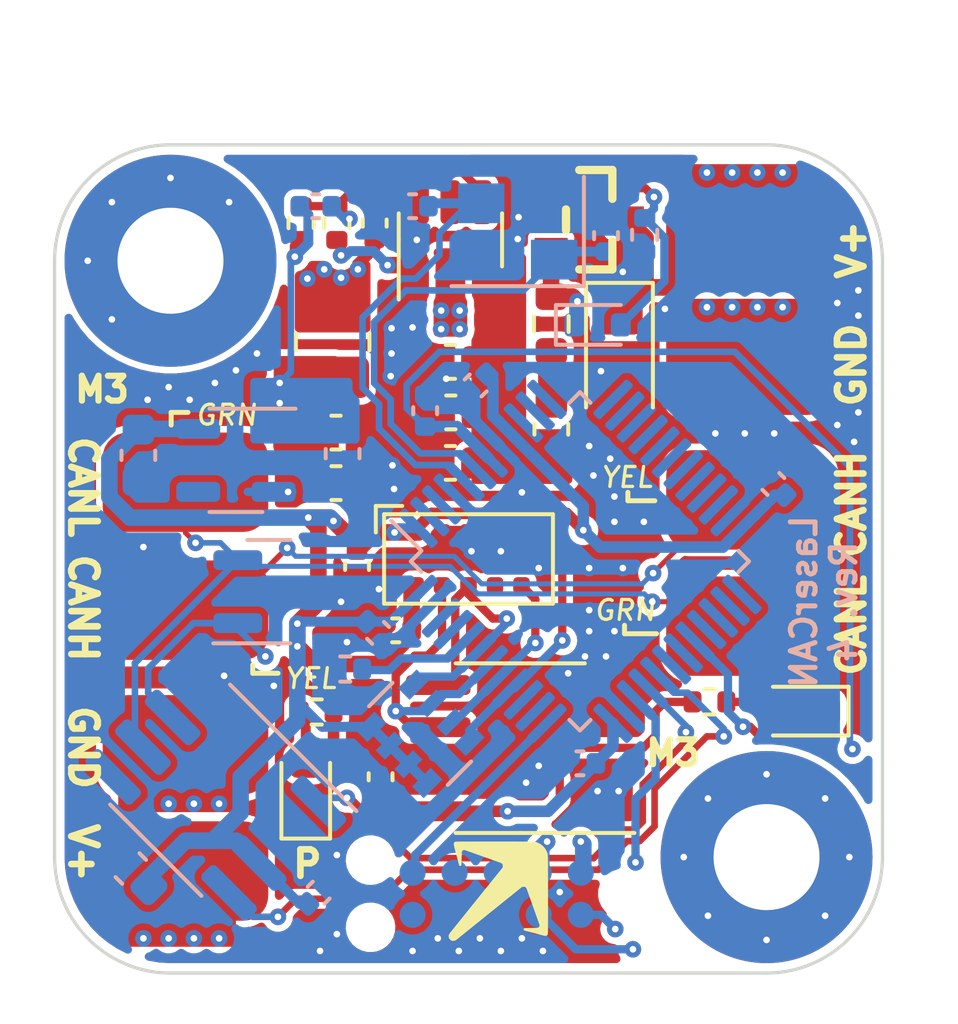
<source format=kicad_pcb>
(kicad_pcb (version 20221018) (generator pcbnew)
  (layers (0 "F.Cu" signal) (1 "In1.Cu" power "GND1") (2 "In2.Cu" power "GND2") (31 "B.Cu" signal) (34 "B.Paste" user) (35 "F.Paste" user) (36 "B.SilkS" user "B.Silkscreen") (37 "F.SilkS" user "F.Silkscreen") (38 "B.Mask" user) (39 "F.Mask" user) (44 "Edge.Cuts" user))
  (net 0 "")
  (net 1 "GND")
  (net 2 "+3V3")
  (net 3 "+12V")
  (net 4 "/STATUS_LED")
  (net 5 "Net-(D2-A)")
  (net 6 "Net-(D3-A)")
  (net 7 "/TOF_SHUT")
  (net 8 "/CANL")
  (net 9 "/I2C_SCL")
  (net 10 "/I2C_SDA")
  (net 11 "/TOF_INT")
  (net 12 "/CANH")
  (net 13 "Net-(U4-BOOT0)")
  (net 16 "/NRST")
  (net 32 "/CAN_RX")
  (net 33 "/CAN_TX")
  (net 34 "/SWDIO")
  (net 35 "/SWCLK")
  (net 49 "Net-(D1-K)")
  (net 50 "Net-(U9-FB)")
  (net 51 "Net-(U9-BOOT)")
  (net 52 "Net-(FB1-Pad1)")
  (net 54 "/PWR_IN_FILT")
  (net 55 "/BUCK_SW")
  (net 56 "GNDPWR")
  (net 57 "Net-(NT1-Pad1)")
  (net 59 "/3V87")
  (net 60 "Net-(U4-PD1)")
  (net 61 "Net-(U4-PD0)")
  (net 62 "Net-(D1-A)")
  (net 63 "unconnected-(H1-Pad1)")
  (net 64 "unconnected-(H2-Pad1)")
  (footprint "Capacitor_SMD:C_0603_1608Metric" (layer "F.Cu") (at 131.953 109.601 180)
    (fp_text reference "C12" hide)
    (fp_text value "10uF")
  )
  (footprint "LED_SMD:LED_0603_1608Metric" (layer "F.Cu") (at 127.5842 119.4562 90)
    (fp_text reference "D3" hide)
    (fp_text value "LED GREEN")
  )
  (footprint "LOGO" (layer "F.Cu") (at 133.4008 122.5296)
    (fp_text reference "G***" hide)
    (fp_text value "LOGO" hide)
  )
  (footprint "NetTie:NetTie-2_SMD_Pad2.0mm" (layer "F.Cu") (at 137.703262 107.48836)
    (fp_text reference "NT2" hide)
    (fp_text value "NetTie_2" hide)
  )
  (footprint "Pad:Pad" (layer "F.Cu") (at 140.97 106.6546 90)
    (fp_text reference "J5" hide)
    (fp_text value "~")
  )
  (footprint "NetTie:NetTie-2_SMD_Pad0.5mm" (layer "F.Cu") (at 130.556 103.632)
    (fp_text reference "NT1" hide)
    (fp_text value "NetTie_2" hide)
  )
  (footprint "Capacitor_SMD:C_0603_1608Metric" (layer "F.Cu") (at 131.953 106.553 180)
    (fp_text reference "C16" hide)
    (fp_text value "10uF")
  )
  (footprint "Resistor_SMD:R_0402_1005Metric" (layer "F.Cu") (at 127.442968 102.362 90)
    (fp_text reference "R2" hide)
    (fp_text value "100k")
  )
  (footprint "Resistor_SMD:R_0402_1005Metric" (layer "F.Cu") (at 128.524 102.362 -90)
    (fp_text reference "R8" hide)
    (fp_text value "18.2k")
  )
  (footprint "SI2309CDS-T1-GE3:SOT-23_L2.9-W1.3-P1.90-LS2.4-BR" (layer "F.Cu") (at 136.144 102.2604 180)
    (fp_text reference "Q1" hide)
    (fp_text value "Si2309CDS-T1-GE3")
  )
  (footprint "Capacitor_SMD:C_0603_1608Metric" (layer "F.Cu") (at 128.4986 110.2106)
    (fp_text reference "C11" hide)
    (fp_text value "22uF")
  )
  (footprint "MountingHole:MountingHole_3.2mm_M3_Pad_TopBottom" (layer "F.Cu") (at 123.5 103.5)
    (fp_text reference "H1" hide)
    (fp_text value "MountingHole")
  )
  (footprint "Pad:Pad" (layer "F.Cu") (at 123.952 114.046 -90)
    (fp_text reference "J8" hide)
    (fp_text value "~")
  )
  (footprint "Capacitor_SMD:C_0402_1005Metric" (layer "F.Cu") (at 130.302 114.6556 180)
    (fp_text reference "C14" hide)
    (fp_text value "100n")
  )
  (footprint "Inductor_SMD:L_1008_2520Metric" (layer "F.Cu") (at 128.397 105.9434 -90)
    (fp_text reference "L2" hide)
    (fp_text value "22uH")
  )
  (footprint "Resistor_SMD:R_0402_1005Metric" (layer "F.Cu") (at 139.7762 116.8146)
    (fp_text reference "R6" hide)
    (fp_text value "220")
  )
  (footprint "Resistor_SMD:R_0603_1608Metric" (layer "F.Cu") (at 135.001 105.41 -90)
    (fp_text reference "R9" hide)
    (fp_text value "4.7 100mW")
  )
  (footprint "Package_TO_SOT_SMD:SOT-23-6" (layer "F.Cu") (at 131.953 102.87 90)
    (fp_text reference "U9" hide)
    (fp_text value "TPS54202DDC")
  )
  (footprint "Capacitor_SMD:C_0402_1005Metric" (layer "F.Cu") (at 129.1336 112.7252 -90)
    (fp_text reference "C15" hide)
    (fp_text value "100n")
  )
  (footprint "MountingHole:MountingHole_3.2mm_M3_Pad_TopBottom" (layer "F.Cu") (at 141.5 121.5)
    (fp_text reference "H2" hide)
    (fp_text value "MountingHole")
  )
  (footprint "Pad:Pad" (layer "F.Cu") (at 140.97 114.5286 -90)
    (fp_text reference "J7" hide)
    (fp_text value "~")
  )
  (footprint "Resistor_SMD:R_0402_1005Metric" (layer "F.Cu") (at 127.9144 117.1194 180)
    (fp_text reference "R7" hide)
    (fp_text value "220")
  )
  (footprint "Package_SO:SOIC-8_3.9x4.9mm_P1.27mm" (layer "F.Cu") (at 134.0612 118.2116 180)
    (fp_text reference "U3" hide)
    (fp_text value "M24C64-RMN6TP")
  )
  (footprint "Pad:Pad" (layer "F.Cu") (at 140.97 102.8446 -90)
    (fp_text reference "J3" hide)
    (fp_text value "~")
  )
  (footprint "Diode_SMD:D_SMF" (layer "F.Cu") (at 137.0584 106.5276 -90)
    (fp_text reference "D6" hide)
    (fp_text value "SMF15CA")
  )
  (footprint "Capacitor_SMD:C_0402_1005Metric" (layer "F.Cu") (at 129.667 102.362 -90)
    (fp_text reference "C18" hide)
    (fp_text value "100n")
  )
  (footprint "Sensor_Distance:ST_VL53L1x" (layer "F.Cu") (at 132.5 112.5)
    (fp_text reference "U2" hide)
    (fp_text value "VL53L1CXV0FY1")
  )
  (footprint "LED_SMD:LED_0603_1608Metric" (layer "F.Cu") (at 142.494 117.094 180)
    (fp_text reference "D2" hide)
    (fp_text value "LED_ORANGE")
  )
  (footprint "Pad:Pad" (layer "F.Cu") (at 123.952 118.11 -90)
    (fp_text reference "J4" hide)
    (fp_text value "~")
  )
  (footprint "Pad:Pad" (layer "F.Cu") (at 123.952 121.92 90)
    (fp_text reference "J1" hide)
    (fp_text value "~")
  )
  (footprint "Pad:Pad" (layer "F.Cu") (at 123.952 110.1852 90)
    (fp_text reference "J6" hide)
    (fp_text value "~")
  )
  (footprint "Capacitor_SMD:C_0402_1005Metric" (layer "F.Cu") (at 129.8448 119.0752 90)
    (fp_text reference "C2" hide)
    (fp_text value "100n")
  )
  (footprint "Capacitor_SMD:C_0603_1608Metric" (layer "F.Cu") (at 131.966 108.077 180)
    (fp_text reference "C17" hide)
    (fp_text value "10uF")
  )
  (footprint "Inductor_SMD:L_0603_1608Metric" (layer "F.Cu") (at 135.001 108.585 -90)
    (fp_text reference "FB1" hide)
    (fp_text value "BLM18AG102SN1D")
  )
  (footprint "Capacitor_SMD:C_0603_1608Metric" (layer "F.Cu") (at 128.4986 108.6866)
    (fp_text reference "C10" hide)
    (fp_text value "22uF")
  )
  (footprint "Pad:Pad" (layer "F.Cu") (at 140.97 110.7186 -90)
    (fp_text reference "J9" hide)
    (fp_text value "~" hide)
  )
  (footprint "Capacitor_SMD:C_0603_1608Metric" (layer "B.Cu") (at 122.301 121.8438 135)
    (fp_text reference "C19" hide)
    (fp_text value "10uF")
  )
  (footprint "Package_QFP:LQFP-48_7x7mm_P0.5mm" (layer "B.Cu") (at 135.8646 112.5728 -45)
    (fp_text reference "U4" hide)
    (fp_text value "STM32F103C8Tx")
  )
  (footprint "Capacitor_SMD:C_0603_1608Metric" (layer "B.Cu") (at 122.5296 109.3724 -90)
    (fp_text reference "C3" hide)
    (fp_text value "10uF")
  )
  (footprint "Capacitor_SMD:C_0402_1005Metric" (layer "B.Cu") (at 136.652 102.743 -90)
    (fp_text reference "C20" hide)
    (fp_text value "20pF")
  )
  (footprint "Package_TO_SOT_SMD:SOT-23" (layer "B.Cu") (at 126.4689 113.4872)
    (fp_text reference "D4" hide)
    (fp_text value "ESDCAN24-2BLY")
  )
  (footprint "Capacitor_SMD:C_0402_1005Metric" (layer "B.Cu") (at 127.889 101.854)
    (fp_text reference "C13" hide)
    (fp_text value "33pF")
  )
  (footprint "Resistor_SMD:R_Array_Convex_4x0603" (layer "B.Cu") (at 131.0386 117.7798 -135)
    (fp_text reference "RN1" hide)
    (fp_text value "YC164-JR-074K7L")
  )
  (footprint "Package_TO_SOT_SMD:SOT-23-5" (layer "B.Cu") (at 125.476 109.5248 180)
    (fp_text reference "U1" hide)
    (fp_text value "TPS7A2033PDBVR")
  )
  (footprint "Project:TAG-CONNECT_TC2050-IDC-NL" (layer "B.Cu") (at 135.89 123.2408 90)
    (fp_text reference "J2" hide)
    (fp_text value "TC2050-IDC-NL")
  )
  (footprint "Capacitor_SMD:C_0402_1005Metric" (layer "B.Cu") (at 129.7686 114.7318 -45)
    (fp_text reference "C8" hide)
    (fp_text value "100n")
  )
  (footprint "Capacitor_SMD:C_0402_1005Metric" (layer "B.Cu") (at 131.191 108.0262 -90)
    (fp_text reference "C4" hide)
    (fp_text value "100n")
  )
  (footprint "Capacitor_SMD:C_0402_1005Metric" (layer "B.Cu") (at 141.7066 110.236 135)
    (fp_text reference "C7" hide)
    (fp_text value "100n")
  )
  (footprint "Capacitor_SMD:C_0402_1005Metric" (layer "B.Cu") (at 135.8646 118.6688 180)
    (fp_text reference "C6" hide)
    (fp_text value "100n")
  )
  (footprint "Capacitor_SMD:C_0402_1005Metric" (layer "B.Cu") (at 132.715 107.2642 45)
    (fp_text reference "C5" hide)
    (fp_text value "100n")
  )
  (footprint "Capacitor_SMD:C_0402_1005Metric" (layer "B.Cu") (at 130.81 101.854)
    (fp_text reference "C21" hide)
    (fp_text value "20pF")
  )
  (footprint "Diode_SMD:D_SOD-523" (layer "B.Cu") (at 136.398 105.4354)
    (fp_text reference "D1" hide)
    (fp_text value "12V")
  )
  (footprint "Resistor_SMD:R_0402_1005Metric" (layer "B.Cu") (at 137.8204 102.7176 90)
    (fp_text reference "R1" hide)
    (fp_text value "10k")
  )
  (footprint "Capacitor_SMD:C_0402_1005Metric" (layer "B.Cu") (at 127.974411 122.571189 -135)
    (fp_text reference "C9" hide)
    (fp_text value "100n")
  )
  (footprint "Resistor_SMD:R_0402_1005Metric" (layer "B.Cu") (at 128.778 115.824)
    (fp_text reference "R10" hide)
    (fp_text value "10k")
  )
  (footprint "Crystal:Crystal_SMD_3225-4Pin_3.2x2.5mm" (layer "B.Cu") (at 133.985 102.616 180)
    (fp_text reference "Y1" hide)
    (fp_text value "8MHz 12pF")
  )
  (footprint "Capacitor_SMD:C_0603_1608Metric" (layer "B.Cu") (at 128.6963 109.3216 -90)
    (fp_text reference "C1" hide)
    (fp_text value "10uF")
  )
  (footprint "Package_SO:SOIC-8_3.9x4.9mm_P1.27mm" (layer "B.Cu") (at 124.8664 119.4816 135)
    (fp_text reference "U6" hide)
    (fp_text value "SN65HVD230")
  )
  (gr_line (start 126.746 115.951) (end 125.984 115.951) (stroke (width 0.15)) (layer "F.SilkS"))
  (gr_line (start 124.0282 108.077) (end 123.5202 108.077) (stroke (width 0.15)) (layer "F.SilkS"))
  (gr_line (start 137.3124 110.744) (end 138.1252 110.744) (stroke (width 0.15)) (layer "F.SilkS"))
  (gr_line (start 123.5202 108.077) (end 123.5202 108.458) (stroke (width 0.15)) (layer "F.SilkS"))
  (gr_line (start 137.2108 114.5032) (end 137.2108 114.7572) (stroke (width 0.15)) (layer "F.SilkS"))
  (gr_line (start 125.984 115.951) (end 125.984 115.697) (stroke (width 0.15)) (layer "F.SilkS"))
  (gr_line (start 137.3124 110.49) (end 137.3124 110.744) (stroke (width 0.15)) (layer "F.SilkS"))
  (gr_line (start 137.2108 114.7572) (end 138.176 114.7572) (stroke (width 0.15)) (layer "F.SilkS"))
  (gr_arc (start 120 103.5) (mid 121.025126 101.025126) (end 123.5 100) (stroke (width 0.1)) (layer "Edge.Cuts"))
  (gr_arc (start 123.5 125) (mid 121.025126 123.974874) (end 120 121.5) (stroke (width 0.1)) (layer "Edge.Cuts"))
  (gr_arc (start 141.5 100) (mid 143.974874 101.025126) (end 145 103.5) (stroke (width 0.1)) (layer "Edge.Cuts"))
  (gr_line (start 141.5 100) (end 123.5 100) (stroke (width 0.1)) (layer "Edge.Cuts"))
  (gr_line (start 120 103.5) (end 120 121.5) (stroke (width 0.1)) (layer "Edge.Cuts"))
  (gr_line (start 145 121.5) (end 145 103.5) (stroke (width 0.1)) (layer "Edge.Cuts"))
  (gr_line (start 123.5 125) (end 141.5 125) (stroke (width 0.1)) (layer "Edge.Cuts"))
  (gr_arc (start 145 121.5) (mid 143.974874 123.974874) (end 141.5 125) (stroke (width 0.1)) (layer "Edge.Cuts"))
  (gr_text "LaserCAN\nRev. 4" (at 144.272 113.792 90) (layer "B.SilkS") (effects (font (size 0.75 0.75) (thickness 0.15) bold) (justify bottom mirror)))
  (gr_text "V+" (at 144.533675 104.14 90) (layer "F.SilkS") (effects (font (size 0.8 0.8) (thickness 0.2) bold) (justify left bottom)))
  (gr_text "CANL" (at 144.533675 116.121961 90) (layer "F.SilkS") (effects (font (size 0.8 0.8) (thickness 0.2) bold) (justify left bottom)))
  (gr_text "M3" (at 120.523 107.823) (layer "F.SilkS") (effects (font (size 0.75 0.75) (thickness 0.1875) bold) (justify left bottom)))
  (gr_text "GND" (at 120.396 116.84 -90) (layer "F.SilkS") (effects (font (size 0.8 0.8) (thickness 0.2) bold) (justify left bottom)))
  (gr_text "GND" (at 144.533675 107.993961 90) (layer "F.SilkS") (effects (font (size 0.8 0.8) (thickness 0.2) bold) (justify left bottom)))
  (gr_text "P" (at 127.1016 122.174) (layer "F.SilkS") (effects (font (size 0.8 0.8) (thickness 0.2) bold) (justify left bottom)))
  (gr_text "CANL" (at 120.396 108.712 -90) (layer "F.SilkS") (effects (font (size 0.8 0.8) (thickness 0.2) bold) (justify left bottom)))
  (gr_text "GRN" (at 124.206 108.5088) (layer "F.SilkS") (effects (font (size 0.6 0.6) (thickness 0.1) italic) (justify left bottom)))
  (gr_text "CANH" (at 144.533675 112.565961 90) (layer "F.SilkS") (effects (font (size 0.8 0.8) (thickness 0.2) bold) (justify left bottom)))
  (gr_text "GRN" (at 136.2456 114.4016) (layer "F.SilkS") (effects (font (size 0.6 0.6) (thickness 0.1) italic) (justify left bottom)))
  (gr_text "YEL" (at 126.8984 116.459) (layer "F.SilkS") (effects (font (size 0.6 0.6) (thickness 0.1) italic) (justify left bottom)))
  (gr_text "YEL" (at 136.4488 110.3884) (layer "F.SilkS") (effects (font (size 0.6 0.6) (thickness 0.1) italic) (justify left bottom)))
  (gr_text "CANH" (at 120.396 112.268 -90) (layer "F.SilkS") (effects (font (size 0.8 0.8) (thickness 0.2) bold) (justify left bottom)))
  (gr_text "V+" (at 120.396 120.396 -90) (layer "F.SilkS") (effects (font (size 0.8 0.8) (thickness 0.2) bold) (justify left bottom)))
  (gr_text "M3" (at 137.7696 118.7958) (layer "F.SilkS") (effects (font (size 0.75 0.75) (thickness 0.1875) bold) (justify left bottom)))
  (segment (start 137.449262 107.48836) (end 137.449262 107.586738) (width 0.8) (layer "F.Cu") (net 1))
  (segment (start 137.449262 107.586738) (end 137.0584 107.9776) (width 0.8) (layer "F.Cu") (net 1))
  (via (at 133.477 112.268) (size 0.5) (drill 0.2) (layers "F.Cu" "B.Cu") (net 1))
  (via (at 130.175 106.299) (size 0.5) (drill 0.2) (layers "F.Cu" "B.Cu") (net 1))
  (via (at 134.62 118.745) (size 0.5) (drill 0.2) (layers "F.Cu" "B.Cu") (net 1))
  (via (at 137.16 112.776) (size 0.5) (drill 0.2) (layers "F.Cu" "B.Cu") (net 1))
  (via (at 134.239 119.253) (size 0.5) (drill 0.2) (layers "F.Cu" "B.Cu") (net 1))
  (via (at 130.175 105.537) (size 0.5) (drill 0.2) (layers "F.Cu" "B.Cu") (net 1))
  (via (at 131.572 123.952) (size 0.5) (drill 0.2) (layers "F.Cu" "B.Cu") (net 1))
  (via (at 131.826 107.061) (size 0.5) (drill 0.2) (layers "F.Cu" "B.Cu") (net 1))
  (via (at 124.079 107.696) (size 0.5) (drill 0.2) (layers "F.Cu" "B.Cu") (net 1))
  (via (at 126.619 116.332) (size 0.5) (drill 0.2) (layers "F.Cu" "B.Cu") (net 1))
  (via (at 130.2512 110.3884) (size 0.5) (drill 0.2) (layers "F.Cu" "B.Cu") (net 1))
  (via (at 140.843 108.712) (size 0.5) (drill 0.2) (layers "F.Cu" "B.Cu") (net 1))
  (via (at 144.272 108.077) (size 0.5) (drill 0.2) (layers "F.Cu" "B.Cu") (net 1))
  (via (at 136.779 109.474) (size 0.5) (drill 0.2) (layers "F.Cu" "B.Cu") (net 1))
  (via (at 135.509 115.951) (size 0.5) (drill 0.2) (layers "F.Cu" "B.Cu") (net 1))
  (via (at 136.017 115.443) (size 0.5) (drill 0.2) (layers "F.Cu" "B.Cu") (net 1))
  (via (at 144.272 104.394) (size 0.5) (drill 0.2) (layers "F.Cu" "B.Cu") (net 1))
  (via (at 130.81 124.333) (size 0.5) (drill 0.2) (layers "F.Cu" "B.Cu") (net 1))
  (via (at 123.444 107.315) (size 0.5) (drill 0.2) (layers "F.Cu" "B.Cu") (net 1))
  (via (at 136.144 112.776) (size 0.5) (drill 0.2) (layers "F.Cu" "B.Cu") (net 1))
  (via (at 134.112 123.952) (size 0.5) (drill 0.2) (layers "F.Cu" "B.Cu") (net 1))
  (via (at 143.637 108.458) (size 0.5) (drill 0.2) (layers "F.Cu" "B.Cu") (net 1))
  (via (at 136.271 109.982) (size 0.5) (drill 0.2) (layers "F.Cu" "B.Cu") (net 1))
  (via (at 130.81 105.5116) (size 0.5) (drill 0.2) (layers "F.Cu" "B.Cu") (net 1))
  (via (at 137.16 103.8352) (size 0.5) (drill 0.2) (layers "F.Cu" "B.Cu") (net 1))
  (via (at 134.62 112.776) (size 0.5) (drill 0.2) (layers "F.Cu" "B.Cu") (net 1))
  (via (at 136.906 111.379) (size 0.5) (drill 0.2) (layers "F.Cu" "B.Cu") (net 1))
  (via (at 128.016 124.333) (size 0.5) (drill 0.2) (layers "F.Cu" "B.Cu") (net 1))
  (via (at 125.476 106.807) (size 0.5) (drill 0.2) (layers "F.Cu" "B.Cu") (net 1))
  (via (at 133.477 124.333) (size 0.5) (drill 0.2) (layers "F.Cu" "B.Cu") (net 1))
  (via (at 136.906 114.681) (size 0.5) (drill 0.2) (layers "F.Cu" "B.Cu") (net 1))
  (via (at 122.682 112.141) (size 0.5) (drill 0.2) (layers "F.Cu" "B.Cu") (net 1))
  (via (at 126.111 106.299) (size 0.5) (drill 0.2) (layers "F.Cu" "B.Cu") (net 1))
  (via (at 143.637 104.775) (size 0.5) (drill 0.2) (layers "F.Cu" "B.Cu") (net 1))
  (via (at 132.588 112.268) (size 0.5) (drill 0.2) (layers "F.Cu" "B.Cu") (net 1))
  (via (at 136.652 115.443) (size 0.5) (drill 0.2) (layers "F.Cu" "B.Cu") (net 1))
  (via (at 144.272 105.156) (size 0.5) (drill 0.2) (layers "F.Cu" "B.Cu") (net 1))
  (via (at 136.144 114.046) (size 0.5) (drill 0.2) (layers "F.Cu" "B.Cu") (net 1))
  (via (at 141.732 108.712) (size 0.5) (drill 0.2) (layers "F.Cu" "B.Cu") (net 1))
  (via (at 137.795 111.379) (size 0.5) (drill 0.2) (layers "F.Cu" "B.Cu") (net 1))
  (via (at 128.651 113.792) (size 0.5) (drill 0.2) (layers "F.Cu" "B.Cu") (net 1))
  (via (at 132.842 123.952) (size 0.5) (drill 0.2) (layers "F.Cu" "B.Cu") (net 1))
  (via (at 134.112 110.49) (size 0.5) (drill 0.2) (layers "F.Cu" "B.Cu") (net 1))
  (via (at 136.398 119.507) (size 0.5) (drill 0.2) (layers "F.Cu" "B.Cu") (net 1))
  (via (at 130.202309 109.675291) (size 0.5) (drill 0.2) (layers "F.Cu" "B.Cu") (net 1))
  (via (at 144.145 108.966) (size 0.5) (drill 0.2) (layers "F.Cu" "B.Cu") (net 1))
  (via (at 130.150059 106.982763) (size 0.5) (drill 0.2) (layers "F.Cu" "B.Cu") (net 1))
  (via (at 124.841 107.188) (size 0.5) (drill 0.2) (layers "F.Cu" "B.Cu") (net 1))
  (via (at 128.8288 115.0112) (size 0.5) (drill 0.2) (layers "F.Cu" "B.Cu") (net 1))
  (via (at 136.144 114.681) (size 0.5) (drill 0.2) (layers "F.Cu" "B.Cu") (net 1))
  (via (at 134.747 124.333) (size 0.5) (drill 0.2) (layers "F.Cu" "B.Cu") (net 1))
  (via (at 139.954 108.712) (size 0.5) (drill 0.2) (layers "F.Cu" "B.Cu") (net 1))
  (via (at 136.144 109.093) (size 0.5) (drill 0.2) (layers "F.Cu" "B.Cu") (net 1))
  (via (at 134.0104 102.1842) (size 0.5) (drill 0.2) (layers "F.Cu" "B.Cu") (net 1))
  (via (at 129.794 113.411) (size 0.5) (drill 0.2) (layers "F.Cu" "B.Cu") (net 1))
  (via (at 130.937 102.87) (size 0.5) (drill 0.2) (layers "F.Cu" "B.Cu") (net 1))
  (via (at 137.033 119.507) (size 0.5) (drill 0.2) (layers "F.Cu" "B.Cu") (net 1))
  (via (at 136.4996 106.8324) (size 0.5) (drill 0.2) (layers "F.Cu" "B.Cu") (net 1))
  (via (at 128.524 121.4374) (size 0.5) (drill 0.2) (layers "F.Cu" "B.Cu") (net 1))
  (via (at 122.809 107.696) (size 0.5) (drill 0.2) (layers "F.Cu" "B.Cu") (net 1))
  (via (at 138.43 104.9528) (size 0.5) (drill 0.2) (layers "F.Cu" "B.Cu") (net 1))
  (via (at 132.207 124.333) (size 0.5) (drill 0.2) (layers "F.Cu" "B.Cu") (net 1))
  (via (at 136.906 110.617) (size 0.5) (drill 0.2) (layers "F.Cu" "B.Cu") (net 1))
  (via (at 135.255 122.555) (size 0.5) (drill 0.2) (layers "F.Cu" "B.Cu") (net 1))
  (via (at 125.1204 116.0272) (size 0.5) (drill 0.2) (layers "F.Cu" "B.Cu") (net 1))
  (via (at 133.986149 102.843215) (size 0.5) (drill 0.2) (layers "F.Cu" "B.Cu") (net 1))
  (via (at 128.524 123.825) (size 0.5) (drill 0.2) (layers "F.Cu" "B.Cu") (net 1))
  (segment (start 123.1522 109.5248) (end 122.5296 110.1474) (width 0.5) (layer "B.Cu") (net 1))
  (segment (start 127.7998 109.5248) (end 126.6135 109.5248) (width 0.5) (layer "B.Cu") (net 1))
  (segment (start 126.6135 109.5248) (end 123.1522 109.5248) (width 0.5) (layer "B.Cu") (net 1))
  (segment (start 128.3716 110.0966) (end 127.7998 109.5248) (width 0.5) (layer "B.Cu") (net 1))
  (segment (start 133.451598 109.099138) (end 132.375589 108.023129) (width 0.35) (layer "B.Cu") (net 1))
  (segment (start 132.375589 108.023129) (end 132.375589 107.603611) (width 0.35) (layer "B.Cu") (net 1))
  (segment (start 127.8636 115.6716) (end 129.879675 115.6716) (width 0.5) (layer "F.Cu") (net 2))
  (segment (start 129.6788 111.7) (end 130.9 111.7) (width 0.5) (layer "F.Cu") (net 2))
  (segment (start 139.2662 116.8146) (end 138.43 116.8146) (width 0.25) (layer "F.Cu") (net 2))
  (segment (start 135.9662 111.633) (end 135.4582 111.125) (width 0.35) (layer "F.Cu") (net 2))
  (segment (start 127.3302 115.1382) (end 127.8636 115.6716) (width 0.5) (layer "F.Cu") (net 2))
  (segment (start 127.3302 114.4524) (end 127.3302 115.1382) (width 0.5) (layer "F.Cu") (net 2))
  (segment (start 130.782 114.6556) (end 130.782 113.418) (width 0.5) (layer "F.Cu") (net 2))
  (segment (start 138.1506 117.094) (end 138.1506 117.8306) (width 0.25) (layer "F.Cu") (net 2))
  (segment (start 130.175 119.9108) (end 130.167391 119.9108) (width 0.35) (layer "F.Cu") (net 2))
  (segment (start 132.0688 120.1166) (end 130.3808 120.1166) (width 0.35) (layer "F.Cu") (net 2))
  (segment (start 127.6604 111.252) (end 127.9652 111.5568) (width 0.5) (layer "F.Cu") (net 2))
  (segment (start 130.9 114.5376) (end 130.782 114.6556) (width 0.35) (layer "F.Cu") (net 2))
  (segment (start 130.167391 119.9108) (end 128.4244 118.167809) (width 0.35) (layer "F.Cu") (net 2))
  (segment (start 134.8994 120.1166) (end 133.6802 120.1166) (width 0.25) (layer "F.Cu") (net 2))
  (segment (start 130.9 111.613604) (end 130.9 111.7) (width 0.35) (layer "F.Cu") (net 2))
  (segment (start 130.9 114.5936) (end 130.838 114.6556) (width 0.35) (layer "F.Cu") (net 2))
  (segment (start 137.780559 118.200641) (end 135.606118 118.200641) (width 0.25) (layer "F.Cu") (net 2))
  (segment (start 127.9652 113.8174) (end 127.3302 114.4524) (width 0.5) (layer "F.Cu") (net 2))
  (segment (start 128.3208 111.252) (end 129.1336 112.0648) (width 0.5) (layer "F.Cu") (net 2))
  (segment (start 135.255 119.761) (end 134.8994 120.1166) (width 0.25) (layer "F.Cu") (net 2))
  (segment (start 138.43 116.8146) (end 138.1506 117.094) (width 0.25) (layer "F.Cu") (net 2))
  (segment (start 129.879675 115.6716) (end 130.782 114.769275) (width 0.5) (layer "F.Cu") (net 2))
  (segment (start 130.782 113.418) (end 130.9 113.3) (width 0.5) (layer "F.Cu") (net 2))
  (segment (start 138.1506 117.8306) (end 137.780559 118.200641) (width 0.25) (layer "F.Cu") (net 2))
  (segment (start 129.1336 112.2452) (end 129.141209 112.2452) (width 0.35) (layer "F.Cu") (net 2))
  (segment (start 127.8636 115.6716) (end 128.4244 116.2324) (width 0.5) (layer "F.Cu") (net 2))
  (segment (start 129.1336 112.2452) (end 129.6788 111.7) (width 0.5) (layer "F.Cu") (net 2))
  (segment (start 127.9652 111.5568) (end 127.9652 113.8174) (width 0.5) (layer "F.Cu") (net 2))
  (segment (start 130.782 114.6556) (end 130.782 114.663209) (width 0.35) (layer "F.Cu") (net 2))
  (segment (start 128.4244 116.2324) (end 128.4244 117.1194) (width 0.5) (layer "F.Cu") (net 2))
  (segment (start 135.255 118.551759) (end 135.255 119.761) (width 0.25) (layer "F.Cu") (net 2))
  (segment (start 127.4826 115.2906) (end 127.3302 115.1382) (width 0.35) (layer "F.Cu") (net 2))
  (segment (start 129.1336 112.0648) (end 129.1336 112.2452) (width 0.5) (layer "F.Cu") (net 2))
  (segment (start 127.6604 111.252) (end 128.3208 111.252) (width 0.5) (layer "F.Cu") (net 2))
  (segment (start 128.4244 118.167809) (end 128.4244 117.1194) (width 0.35) (layer "F.Cu") (net 2))
  (segment (start 131.388604 111.125) (end 130.9 111.613604) (width 0.35) (layer "F.Cu") (net 2))
  (segment (start 135.606118 118.200641) (end 135.255 118.551759) (width 0.25) (layer "F.Cu") (net 2))
  (segment (start 130.3808 120.1166) (end 130.175 119.9108) (width 0.35) (layer "F.Cu") (net 2))
  (segment (start 135.4582 111.125) (end 131.388604 111.125) (width 0.35) (layer "F.Cu") (net 2))
  (segment (start 133.6802 120.1166) (end 132.0688 120.1166) (width 0.35) (layer "F.Cu") (net 2))
  (segment (start 130.782 114.769275) (end 130.782 114.6556) (width 0.5) (layer "F.Cu") (net 2))
  (via (at 127.3302 115.1382) (size 0.5) (drill 0.2) (layers "F.Cu" "B.Cu") (net 2))
  (via (at 133.6802 120.1166) (size 0.5) (drill 0.2) (layers "F.Cu" "B.Cu") (net 2))
  (via (at 127.3302 114.4524) (size 0.5) (drill 0.2) (layers "F.Cu" "B.Cu") (net 2))
  (via (at 128.4224 111.3536) (size 0.5) (drill 0.2) (layers "F.Cu" "B.Cu") (net 2))
  (via (at 127.6604 111.252) (size 0.5) (drill 0.2) (layers "F.Cu" "B.Cu") (net 2))
  (via (at 135.9662 111.633) (size 0.5) (drill 0.2) (layers "F.Cu" "B.Cu") (net 2))
  (via (at 130.266108 111.7) (size 0.5) (drill 0.2) (layers "F.Cu" "B.Cu") (net 2))
  (segment (start 141.751077 110.575411) (end 140.752476 111.574012) (width 0.35) (layer "B.Cu") (net 2))
  (segment (start 130.266108 111.7) (end 130.392096 111.574012) (width 0.3) (layer "B.Cu") (net 2))
  (segment (start 127.390211 114.392389) (end 127.3302 114.4524) (width 0.3) (layer "B.Cu") (net 2))
  (segment (start 129.429189 114.392389) (end 130.155923 114.392389) (width 0.3) (layer "B.Cu") (net 2))
  (segment (start 124.769639 121.0056) (end 124.6124 121.0056) (width 0.5) (layer "B.Cu") (net 2))
  (segment (start 127.3302 116.8146) (end 127.3302 117.3734) (width 0.5) (layer "B.Cu") (net 2))
  (segment (start 130.155923 114.392389) (end 130.976724 113.571588) (width 0.3) (layer "B.Cu") (net 2))
  (segment (start 133.237214 108.177648) (end 133.237214 107.107592) (width 0.35) (layer "B.Cu") (net 2))
  (segment (start 129.429189 114.392389) (end 127.390211 114.392389) (width 0.3) (layer "B.Cu") (net 2))
  (segment (start 128.3208 111.252) (end 128.4224 111.3536) (width 0.5) (layer "B.Cu") (net 2))
  (segment (start 127.6604 111.252) (end 122.275317 111.252) (width 0.5) (layer "B.Cu") (net 2))
  (segment (start 134.904409 120.1166) (end 133.6802 120.1166) (width 0.35) (layer "B.Cu") (net 2))
  (segment (start 125.492374 121.0056) (end 126.167476 121.680702) (width 0.5) (layer "B.Cu") (net 2))
  (segment (start 133.237214 107.107592) (end 133.054411 106.924789) (width 0.35) (layer "B.Cu") (net 2))
  (segment (start 127.397374 122.9106) (end 126.167476 121.680702) (width 0.3) (layer "B.Cu") (net 2))
  (segment (start 136.475149 112.141949) (end 140.184539 112.141949) (width 0.35) (layer "B.Cu") (net 2))
  (segment (start 122.620408 122.391808) (end 122.620408 122.337192) (width 0.5) (layer "B.Cu") (net 2))
  (segment (start 142.046011 110.575411) (end 141.751077 110.575411) (width 0.35) (layer "B.Cu") (net 2))
  (segment (start 121.6546 109.4724) (end 122.5296 108.5974) (width 0.5) (layer "B.Cu") (net 2))
  (segment (start 140.184539 112.141949) (end 140.752476 111.574012) (width 0.35) (layer "B.Cu") (net 2))
  (segment (start 133.805151 108.745585) (end 135.9662 110.906634) (width 0.35) (layer "B.Cu") (net 2))
  (segment (start 136.863388 117.460676) (end 136.863388 118.150012) (width 0.35) (layer "B.Cu") (net 2))
  (segment (start 123.952 121.0056) (end 124.6124 121.0056) (width 0.5) (layer "B.Cu") (net 2))
  (segment (start 124.6124 121.0056) (end 125.492374 121.0056) (width 0.5) (layer "B.Cu") (net 2))
  (segment (start 127.635 122.9106) (end 127.397374 122.9106) (width 0.3) (layer "B.Cu") (net 2))
  (segment (start 133.805151 108.745585) (end 133.237214 108.177648) (width 0.35) (layer "B.Cu") (net 2))
  (segment (start 128.083268 117.567668) (end 129.553676 117.567668) (width 0.3) (layer "B.Cu") (net 2))
  (segment (start 135.9662 111.633) (end 136.475149 112.141949) (width 0.35) (layer "B.Cu") (net 2))
  (segment (start 125.618 120.157239) (end 124.769639 121.0056) (width 0.5) (layer "B.Cu") (net 2))
  (segment (start 136.863388 118.150012) (end 136.3446 118.6688) (width 0.35) (layer "B.Cu") (net 2))
  (segment (start 127.3302 116.8146) (end 128.083268 117.567668) (width 0.3) (layer "B.Cu") (net 2))
  (segment (start 122.275317 111.252) (end 121.6546 110.631283) (width 0.5) (layer "B.Cu") (net 2))
  (segment (start 130.392096 111.574012) (end 130.976724 111.574012) (width 0.3) (layer "B.Cu") (net 2))
  (segment (start 136.3446 118.676409) (end 134.904409 120.1166) (width 0.35) (layer "B.Cu") (net 2))
  (segment (start 131.250732 119.264724) (end 129.553676 117.567668) (width 0.3) (layer "B.Cu") (net 2))
  (segment (start 122.620408 122.337192) (end 123.952 121.0056) (width 0.5) (layer "B.Cu") (net 2))
  (segment (start 127.3302 117.3734) (end 125.618 119.0856) (width 0.5) (layer "B.Cu") (net 2))
  (segment (start 127.6604 111.252) (end 128.3208 111.252) (width 0.5) (layer "B.Cu") (net 2))
  (segment (start 124.3385 108.5748) (end 122.5522 108.5748) (width 0.5) (layer "B.Cu") (net 2))
  (segment (start 127.3302 114.4524) (end 127.3302 116.8146) (width 0.5) (layer "B.Cu") (net 2))
  (segment (start 125.618 119.0856) (end 125.618 120.157239) (width 0.5) (layer "B.Cu") (net 2))
  (segment (start 136.3446 118.6688) (end 136.3446 118.676409) (width 0.35) (layer "B.Cu") (net 2))
  (segment (start 121.6546 110.631283) (end 121.6546 109.4724) (width 0.5) (layer "B.Cu") (net 2))
  (segment (start 135.9662 110.906634) (end 135.9662 111.633) (width 0.35) (layer "B.Cu") (net 2))
  (segment (start 137.8458 102.8122) (end 137.294 102.2604) (width 0.5) (layer "F.Cu") (net 3))
  (segment (start 138.3792 104.3028) (end 139.8374 102.8446) (width 0.5) (layer "F.Cu") (net 3))
  (segment (start 137.0584 105.0776) (end 137.8332 104.3028) (width 0.5) (layer "F.Cu") (net 3))
  (segment (start 137.8332 104.3028) (end 138.3792 104.3028) (width 0.5) (layer "F.Cu") (net 3))
  (segment (start 137.8332 104.3028) (end 137.8458 104.2902) (width 0.5) (layer "F.Cu") (net 3))
  (segment (start 137.8458 104.2902) (end 137.8458 102.8122) (width 0.5) (layer "F.Cu") (net 3))
  (segment (start 139.8374 102.8446) (end 140.97 102.8446) (width 0.5) (layer "F.Cu") (net 3))
  (via (at 141.224 100.838) (size 0.5) (drill 0.2) (layers "F.Cu" "B.Cu") (net 3))
  (via (at 122.682 123.952) (size 0.5) (drill 0.2) (layers "F.Cu" "B.Cu") (net 3))
  (via (at 124.968 123.952) (size 0.5) (drill 0.2) (layers "F.Cu" "B.Cu") (net 3))
  (via (at 134.874 121.0315) (size 0.5) (drill 0.2) (layers "F.Cu" "B.Cu") (net 3))
  (via (at 141.986 100.838) (size 0.5) (drill 0.2) (layers "F.Cu" "B.Cu") (net 3))
  (via (at 123.444 123.952) (size 0.5) (drill 0.2) (layers "F.Cu" "B.Cu") (net 3))
  (via (at 139.7 100.838) (size 0.5) (drill 0.2) (layers "F.Cu" "B.Cu") (net 3))
  (via (at 124.206 123.952) (size 0.5) (drill 0.2) (layers "F.Cu" "B.Cu") (net 3))
  (via (at 140.462 100.838) (size 0.5) (drill 0.2) (layers "F.Cu" "B.Cu") (net 3))
  (via (at 135.89 121.031) (size 0.5) (drill 0.2) (layers "F.Cu" "B.Cu") (net 3))
  (segment (start 134.6962 121.2093) (end 134.6962 121.9708) (width 0.5) (layer "B.Cu") (net 3))
  (segment (start 135.9662 121.1072) (end 135.89 121.031) (width 0.5) (layer "B.Cu") (net 3))
  (segment (start 134.874 121.0315) (end 134.6962 121.2093) (width 0.5) (layer "B.Cu") (net 3))
  (segment (start 135.9662 121.9708) (end 135.9662 121.1072) (width 0.5) (layer "B.Cu") (net 3))
  (segment (start 141.283232 117.844) (end 142.5315 117.844) (width 0.25) (layer "F.Cu") (net 4))
  (segment (start 140.788932 117.565533) (end 141.004765 117.565533) (width 0.25) (layer "F.Cu") (net 4))
  (segment (start 141.004765 117.565533) (end 141.283232 117.844) (width 0.25) (layer "F.Cu") (net 4))
  (segment (start 142.5315 117.844) (end 143.2815 117.094) (width 0.25) (layer "F.Cu") (net 4))
  (via (at 140.788932 117.565533) (size 0.5) (drill 0.2) (layers "F.Cu" "B.Cu") (net 4))
  (segment (start 140.788932 117.565533) (end 140.335 117.111601) (width 0.25) (layer "B.Cu") (net 4))
  (segment (start 140.335 117.111601) (end 140.335 115.98254) (width 0.25) (layer "B.Cu") (net 4))
  (segment (start 140.335 115.98254) (end 139.338262 114.985802) (width 0.25) (layer "B.Cu") (net 4))
  (segment (start 140.2862 116.8146) (end 141.4271 116.8146) (width 0.25) (layer "F.Cu") (net 5))
  (segment (start 141.4271 116.8146) (end 141.7065 117.094) (width 0.25) (layer "F.Cu") (net 5))
  (segment (start 127.5842 118.6687) (end 127.5842 117.2992) (width 0.3) (layer "F.Cu") (net 6))
  (segment (start 127.5842 117.2992) (end 127.4044 117.1194) (width 0.3) (layer "F.Cu") (net 6))
  (segment (start 134.1 111.7) (end 134.6362 111.7) (width 0.25) (layer "F.Cu") (net 7))
  (segment (start 134.6362 111.7) (end 135.3312 112.395) (width 0.25) (layer "F.Cu") (net 7))
  (segment (start 135.3312 112.395) (end 135.3312 114.9604) (width 0.25) (layer "F.Cu") (net 7))
  (via (at 135.3312 114.9604) (size 0.5) (drill 0.2) (layers "F.Cu" "B.Cu") (net 7))
  (segment (start 132.523524 117.681642) (end 132.523524 117.991932) (width 0.25) (layer "B.Cu") (net 7))
  (segment (start 133.897448 116.400015) (end 133.805151 116.400015) (width 0.25) (layer "B.Cu") (net 7))
  (segment (start 135.3312 114.966263) (end 133.897448 116.400015) (width 0.25) (layer "B.Cu") (net 7))
  (segment (start 133.805151 116.400015) (end 132.523524 117.681642) (width 0.25) (layer "B.Cu") (net 7))
  (segment (start 135.3312 114.9604) (end 135.3312 114.966263) (width 0.25) (layer "B.Cu") (net 7))
  (segment (start 123.952 111.7092) (end 123.952 110.1852) (width 0.1524) (layer "F.Cu") (net 8))
  (segment (start 140.2334 113.792) (end 140.97 114.5286) (width 0.1524) (layer "F.Cu") (net 8))
  (segment (start 124.2568 112.014) (end 123.952 111.7092) (width 0.1524) (layer "F.Cu") (net 8))
  (segment (start 138.049 113.792) (end 140.2334 113.792) (width 0.1524) (layer "F.Cu") (net 8))
  (via (at 124.2568 112.014) (size 0.5) (drill 0.2) (layers "F.Cu" "B.Cu") (net 8))
  (via (at 138.049 113.792) (size 0.5) (drill 0.2) (layers "F.Cu" "B.Cu") (net 8))
  (segment (start 122.425895 115.642705) (end 125.5314 112.5372) (width 0.2) (layer "B.Cu") (net 8))
  (segment (start 138.049 113.792) (end 137.8116 113.5546) (width 0.1524) (layer "B.Cu") (net 8))
  (segment (start 125.717 112.7228) (end 125.5314 112.5372) (width 0.1524) (layer "B.Cu") (net 8))
  (segment (start 125.0082 112.014) (end 124.3338 112.014) (width 0.17) (layer "B.Cu") (net 8))
  (segment (start 122.425895 117.939121) (end 122.425895 115.642705) (width 0.2) (layer "B.Cu") (net 8))
  (segment (start 125.5314 112.5372) (end 125.0082 112.014) (width 0.17) (layer "B.Cu") (net 8))
  (segment (start 124.3338 112.014) (end 124.2568 111.937) (width 0.17) (layer "B.Cu") (net 8))
  (segment (start 132.773493 113.5546) (end 131.941693 112.7228) (width 0.1524) (layer "B.Cu") (net 8))
  (segment (start 131.941693 112.7228) (end 125.717 112.7228) (width 0.1524) (layer "B.Cu") (net 8))
  (segment (start 137.8116 113.5546) (end 132.773493 113.5546) (width 0.1524) (layer "B.Cu") (net 8))
  (segment (start 122.667298 118.180524) (end 122.425895 117.939121) (width 0.2) (layer "B.Cu") (net 8))
  (segment (start 131.2672 115.4176) (end 131.7 114.9848) (width 0.25) (layer "F.Cu") (net 9))
  (segment (start 130.876137 115.4176) (end 131.2672 115.4176) (width 0.25) (layer "F.Cu") (net 9))
  (segment (start 130.302 115.991737) (end 130.876137 115.4176) (width 0.25) (layer "F.Cu") (net 9))
  (segment (start 130.302 117.094) (end 130.302 115.991737) (width 0.25) (layer "F.Cu") (net 9))
  (segment (start 130.7084 117.5004) (end 130.302 117.094) (width 0.25) (layer "F.Cu") (net 9))
  (segment (start 130.7846 117.5766) (end 130.7084 117.5004) (width 0.25) (layer "F.Cu") (net 9))
  (segment (start 132.0688 117.5766) (end 130.7846 117.5766) (width 0.25) (layer "F.Cu") (net 9))
  (segment (start 131.7 114.9848) (end 131.7 113.3) (width 0.25) (layer "F.Cu") (net 9))
  (via (at 130.302 117.094) (size 0.5) (drill 0.2) (layers "F.Cu" "B.Cu") (net 9))
  (segment (start 131.392153 116.860561) (end 131.674996 116.577718) (width 0.25) (layer "B.Cu") (net 9))
  (segment (start 131.158714 117.094) (end 131.392153 116.860561) (width 0.25) (layer "B.Cu") (net 9))
  (segment (start 132.213236 116.577718) (end 133.098045 115.692909) (width 0.25) (layer "B.Cu") (net 9))
  (segment (start 130.302 117.094) (end 131.158714 117.094) (width 0.25) (layer "B.Cu") (net 9))
  (segment (start 131.674996 116.577718) (end 132.213236 116.577718) (width 0.25) (layer "B.Cu") (net 9))
  (segment (start 133.2366 114.3) (end 132.5 113.5634) (width 0.25) (layer "F.Cu") (net 10))
  (segment (start 132.1 116.2754) (end 132.1 113.715685) (width 0.25) (layer "F.Cu") (net 10))
  (segment (start 132.1 113.715685) (end 132.5 113.315685) (width 0.25) (layer "F.Cu") (net 10))
  (segment (start 132.5 113.315685) (end 132.5 113.3) (width 0.25) (layer "F.Cu") (net 10))
  (segment (start 132.5 113.5634) (end 132.5 113.3) (width 0.25) (layer "F.Cu") (net 10))
  (segment (start 133.6548 114.3) (end 133.2366 114.3) (width 0.25) (layer "F.Cu") (net 10))
  (segment (start 132.0688 116.3066) (end 132.1 116.2754) (width 0.25) (layer "F.Cu") (net 10))
  (via (at 133.6548 114.3) (size 0.5) (drill 0.2) (layers "F.Cu" "B.Cu") (net 10))
  (segment (start 133.6548 114.429046) (end 133.6548 114.3) (width 0.25) (layer "B.Cu") (net 10))
  (segment (start 131.068744 116.0526) (end 130.826468 116.294876) (width 0.25) (layer "B.Cu") (net 10))
  (segment (start 132.744491 115.339355) (end 133.6548 114.429046) (width 0.25) (layer "B.Cu") (net 10))
  (segment (start 132.031246 116.0526) (end 131.068744 116.0526) (width 0.25) (layer "B.Cu") (net 10))
  (segment (start 132.744491 115.339355) (end 132.031246 116.0526) (width 0.25) (layer "B.Cu") (net 10))
  (segment (start 134.5184 113.7184) (end 134.5184 115.0366) (width 0.25) (layer "F.Cu") (net 11))
  (segment (start 134.1 113.3) (end 134.5184 113.7184) (width 0.25) (layer "F.Cu") (net 11))
  (via (at 134.5184 115.0366) (size 0.5) (drill 0.2) (layers "F.Cu" "B.Cu") (net 11))
  (segment (start 132.071813 117.426247) (end 131.957839 117.426247) (width 0.25) (layer "B.Cu") (net 11))
  (segment (start 133.451598 116.046462) (end 132.071813 117.426247) (width 0.25) (layer "B.Cu") (net 11))
  (segment (start 134.46146 115.0366) (end 133.451598 116.046462) (width 0.25) (layer "B.Cu") (net 11))
  (segment (start 134.5184 115.0366) (end 134.46146 115.0366) (width 0.25) (layer "B.Cu") (net 11))
  (segment (start 140.2842 110.7186) (end 140.97 110.7186) (width 0.1524) (layer "F.Cu") (net 12))
  (segment (start 125.1458 114.046) (end 123.952 114.046) (width 0.17) (layer "F.Cu") (net 12))
  (segment (start 138.0744 112.9284) (end 140.2842 110.7186) (width 0.1524) (layer "F.Cu") (net 12))
  (segment (start 127.0254 112.1664) (end 125.1458 114.046) (width 0.17) (layer "F.Cu") (net 12))
  (segment (start 123.952 114.046) (end 124.968 114.046) (width 0.17) (layer "F.Cu") (net 12))
  (segment (start 124.968 114.046) (end 126.365 115.443) (width 0.17) (layer "F.Cu") (net 12))
  (via (at 138.0744 112.9284) (size 0.5) (drill 0.2) (layers "F.Cu" "B.Cu") (net 12))
  (via (at 127.0254 112.1664) (size 0.5) (drill 0.2) (layers "F.Cu" "B.Cu") (net 12))
  (via (at 126.365 115.443) (size 0.5) (drill 0.2) (layers "F.Cu" "B.Cu") (net 12))
  (segment (start 124.197086 114.4372) (end 125.5314 114.4372) (width 0.2) (layer "B.Cu") (net 12))
  (segment (start 125.5314 114.6094) (end 126.365 115.443) (width 0.2) (layer "B.Cu") (net 12))
  (segment (start 127.0254 112.1664) (end 127.2794 112.4204) (width 0.1524) (layer "B.Cu") (net 12))
  (segment (start 123.565324 117.282498) (end 122.825895 116.543069) (width 0.2) (layer "B.Cu") (net 12))
  (segment (start 137.7506 113.2522) (end 138.0744 112.9284) (width 0.1524) (layer "B.Cu") (net 12))
  (segment (start 125.5314 114.4372) (end 125.5314 114.6094) (width 0.2) (layer "B.Cu") (net 12))
  (segment (start 127.2794 112.4204) (end 132.066951 112.4204) (width 0.1524) (layer "B.Cu") (net 12))
  (segment (start 132.898751 113.2522) (end 137.7506 113.2522) (width 0.1524) (layer "B.Cu") (net 12))
  (segment (start 122.825895 115.808391) (end 124.197086 114.4372) (width 0.2) (layer "B.Cu") (net 12))
  (segment (start 122.825895 116.543069) (end 122.825895 115.808391) (width 0.2) (layer "B.Cu") (net 12))
  (segment (start 132.066951 112.4204) (end 132.898751 113.2522) (width 0.1524) (layer "B.Cu") (net 12))
  (segment (start 132.390938 114.985802) (end 131.873 115.50374) (width 0.25) (layer "B.Cu") (net 13))
  (segment (start 130.109686 115.854424) (end 129.367224 115.854424) (width 0.25) (layer "B.Cu") (net 13))
  (segment (start 130.46037 115.50374) (end 130.109686 115.854424) (width 0.25) (layer "B.Cu") (net 13))
  (segment (start 131.873 115.50374) (end 130.46037 115.50374) (width 0.25) (layer "B.Cu") (net 13))
  (via (at 136.9314 123.6726) (size 0.5) (drill 0.2) (layers "F.Cu" "B.Cu") (net 16))
  (via (at 144.0942 118.237) (size 0.5) (drill 0.2) (layers "F.Cu" "B.Cu") (net 16))
  (segment (start 130.631 107.9462) (end 131.191 108.5062) (width 0.2) (layer "B.Cu") (net 16))
  (segment (start 144.018 109.728) (end 140.5382 106.2482) (width 0.2) (layer "B.Cu") (net 16))
  (segment (start 144.018 118.1608) (end 144.018 109.728) (width 0.2) (layer "B.Cu") (net 16))
  (segment (start 131.6228 106.2482) (end 130.631 107.24) (width 0.2) (layer "B.Cu") (net 16))
  (segment (start 140.5382 106.2482) (end 131.6228 106.2482) (width 0.2) (layer "B.Cu") (net 16))
  (segment (start 144.0942 118.237) (end 144.018 118.1608) (width 0.2) (layer "B.Cu") (net 16))
  (segment (start 136.4996 123.2408) (end 136.9314 123.6726) (width 0.25) (layer "B.Cu") (net 16))
  (segment (start 130.631 107.24) (end 130.631 107.9462) (width 0.2) (layer "B.Cu") (net 16))
  (segment (start 132.151554 108.5062) (end 131.318 108.5062) (width 0.35) (layer "B.Cu") (net 16))
  (segment (start 131.318 108.5062) (end 131.2164 108.5062) (width 0.35) (layer "B.Cu") (net 16))
  (segment (start 135.89 123.2408) (end 136.4996 123.2408) (width 0.25) (layer "B.Cu") (net 16))
  (segment (start 133.098045 109.452691) (end 132.151554 108.5062) (width 0.35) (layer "B.Cu") (net 16))
  (segment (start 136.423975 121.881) (end 130.722 121.881) (width 0.2) (layer "F.Cu") (net 32))
  (segment (start 137.288374 121.0166) (end 136.423975 121.881) (width 0.2) (layer "F.Cu") (net 32))
  (segment (start 138.1196 119.4364) (end 138.1196 120.568859) (width 0.2) (layer "F.Cu") (net 32))
  (segment (start 138.1196 120.568859) (end 137.671859 121.0166) (width 0.2) (layer "F.Cu") (net 32))
  (segment (start 127.288234 122.7582) (end 126.743934 123.3025) (width 0.2) (layer "F.Cu") (net 32))
  (segment (start 137.671859 121.0166) (end 137.288374 121.0166) (width 0.2) (layer "F.Cu") (net 32))
  (segment (start 129.8448 122.7582) (end 127.288234 122.7582) (width 0.2) (layer "F.Cu") (net 32))
  (segment (start 139.7 117.856) (end 138.1196 119.4364) (width 0.2) (layer "F.Cu") (net 32))
  (segment (start 130.722 121.881) (end 129.8448 122.7582) (width 0.2) (layer "F.Cu") (net 32))
  (segment (start 140.208 117.856) (end 139.7 117.856) (width 0.2) (layer "F.Cu") (net 32))
  (via (at 126.743934 123.3025) (size 0.5) (drill 0.2) (layers "F.Cu" "B.Cu") (net 32))
  (via (at 140.208 117.856) (size 0.5) (drill 0.2) (layers "F.Cu" "B.Cu") (net 32))
  (segment (start 126.743934 123.3025) (end 125.993223 123.3025) (width 0.2) (layer "B.Cu") (net 32))
  (segment (start 138.77054 116.5394) (end 138.277602 116.046462) (width 0.2) (layer "B.Cu") (net 32))
  (segment (start 140.208 117.6274) (end 139.12 116.5394) (width 0.2) (layer "B.Cu") (net 32))
  (segment (start 125.993223 123.3025) (end 125.269451 122.578728) (width 0.2) (layer "B.Cu") (net 32))
  (segment (start 140.208 117.856) (end 140.208 117.6274) (width 0.2) (layer "B.Cu") (net 32))
  (segment (start 139.12 116.5394) (end 138.77054 116.5394) (width 0.2) (layer "B.Cu") (net 32))
  (segment (start 130.752118 121.531) (end 128.931318 119.7102) (width 0.2) (layer "F.Cu") (net 33))
  (segment (start 139.065 117.729) (end 139.065 117.996026) (width 0.2) (layer "F.Cu") (net 33))
  (segment (start 139.065 117.996026) (end 137.7612 119.299826) (width 0.2) (layer "F.Cu") (net 33))
  (segment (start 137.7612 120.432285) (end 137.526885 120.6666) (width 0.2) (layer "F.Cu") (net 33))
  (segment (start 137.7612 119.299826) (end 137.7612 120.432285) (width 0.2) (layer "F.Cu") (net 33))
  (segment (start 128.931318 119.7102) (end 128.8288 119.7102) (width 0.2) (layer "F.Cu") (net 33))
  (segment (start 136.279 121.531) (end 130.752118 121.531) (width 0.2) (layer "F.Cu") (net 33))
  (segment (start 137.1434 120.6666) (end 136.279 121.531) (width 0.2) (layer "F.Cu") (net 33))
  (segment (start 137.526885 120.6666) (end 137.1434 120.6666) (width 0.2) (layer "F.Cu") (net 33))
  (via (at 128.8288 119.7102) (size 0.5) (drill 0.2) (layers "F.Cu" "B.Cu") (net 33))
  (via (at 139.065 117.729) (size 0.5) (drill 0.2) (layers "F.Cu" "B.Cu") (net 33))
  (segment (start 139.065 117.540966) (end 137.924049 116.400015) (width 0.2) (layer "B.Cu") (net 33))
  (segment (start 139.065 117.729) (end 139.065 117.540966) (width 0.2) (layer "B.Cu") (net 33))
  (segment (start 128.137979 119.7102) (end 127.963528 119.884651) (width 0.2) (layer "B.Cu") (net 33))
  (segment (start 128.8288 119.7102) (end 128.137979 119.7102) (width 0.2) (layer "B.Cu") (net 33))
  (segment (start 137.543162 121.757889) (end 137.543162 121.659333) (width 0.25) (layer "F.Cu") (net 34))
  (via (at 137.4648 124.2822) (size 0.5) (drill 0.2) (layers "F.Cu" "B.Cu") (net 34))
  (via (at 137.543162 121.659333) (size 0.5) (drill 0.2) (layers "F.Cu" "B.Cu") (net 34))
  (segment (start 138.1506 117.333674) (end 137.570495 116.753569) (width 0.25) (layer "B.Cu") (net 34))
  (segment (start 137.4648 124.2822) (end 135.7376 124.2822) (width 0.25) (layer "B.Cu") (net 34))
  (segment (start 137.543162 121.659333) (end 137.543162 119.739301) (width 0.25) (layer "B.Cu") (net 34))
  (segment (start 138.1506 119.131863) (end 138.1506 117.333674) (width 0.25) (layer "B.Cu") (net 34))
  (segment (start 137.543162 119.739301) (end 138.1506 119.131863) (width 0.25) (layer "B.Cu") (net 34))
  (segment (start 135.7376 124.2822) (end 134.6962 123.2408) (width 0.25) (layer "B.Cu") (net 34))
  (segment (start 134.865812 117.460676) (end 130.8862 121.440288) (width 0.25) (layer "B.Cu") (net 35))
  (segment (start 130.8862 121.440288) (end 130.8862 121.9708) (width 0.25) (layer "B.Cu") (net 35))
  (segment (start 134.994 103.2104) (end 134.994 104.578) (width 0.5) (layer "F.Cu") (net 49))
  (segment (start 135.6492 104.585) (end 135.001 104.585) (width 0.5) (layer "F.Cu") (net 49))
  (segment (start 135.7884 104.7242) (end 135.6492 104.585) (width 0.5) (layer "F.Cu") (net 49))
  (segment (start 134.994 104.578) (end 135.001 104.585) (width 0.5) (layer "F.Cu") (net 49))
  (via (at 135.7884 104.7242) (size 0.5) (drill 0.2) (layers "F.Cu" "B.Cu") (net 49))
  (segment (start 135.7884 104.7242) (end 135.7884 105.345) (width 0.5) (layer "B.Cu") (net 49))
  (segment (start 135.7884 105.345) (end 135.698 105.4354) (width 0.5) (layer "B.Cu") (net 49))
  (segment (start 132.176041 100.692) (end 129.684 100.692) (width 0.25) (layer "F.Cu") (net 50))
  (segment (start 128.524 101.852) (end 128.524 101.854) (width 0.25) (layer "F.Cu") (net 50))
  (segment (start 132.903 101.418959) (end 132.903 101.7325) (width 0.25) (layer "F.Cu") (net 50))
  (segment (start 128.524 101.852) (end 127.442968 101.852) (width 0.25) (layer "F.Cu") (net 50))
  (segment (start 129.684 100.692) (end 128.524 101.852) (width 0.25) (layer "F.Cu") (net 50))
  (segment (start 128.524 101.854) (end 128.905 102.235) (width 0.25) (layer "F.Cu") (net 50))
  (segment (start 132.176041 100.692) (end 132.903 101.418959) (width 0.25) (layer "F.Cu") (net 50))
  (via (at 128.905 102.235) (size 0.5) (drill 0.2) (layers "F.Cu" "B.Cu") (net 50))
  (segment (start 128.75 102.235) (end 128.369 101.854) (width 0.25) (layer "B.Cu") (net 50))
  (segment (start 128.905 102.235) (end 128.75 102.235) (width 0.25) (layer "B.Cu") (net 50))
  (segment (start 130.8535 101.882) (end 131.003 101.7325) (width 0.35) (layer "F.Cu") (net 51))
  (segment (start 129.667 101.882) (end 130.8535 101.882) (width 0.35) (layer "F.Cu") (net 51))
  (segment (start 135.001 106.235) (end 135.001 107.7975) (width 0.8) (layer "F.Cu") (net 52))
  (segment (start 129.159 103.6066) (end 129.667 103.0986) (width 0.35) (layer "F.Cu") (net 55))
  (segment (start 129.159 103.759) (end 129.159 103.6066) (width 0.35) (layer "F.Cu") (net 55))
  (segment (start 129.667 103.0986) (end 129.667 102.842) (width 0.35) (layer "F.Cu") (net 55))
  (via (at 132.2324 105.5624) (size 0.5) (drill 0.2) (layers "F.Cu" "B.Cu") (net 55))
  (via (at 129.159 103.759) (size 0.5) (drill 0.2) (layers "F.Cu" "B.Cu") (net 55))
  (via (at 131.6736 105.0036) (size 0.5) (drill 0.2) (layers "F.Cu" "B.Cu") (net 55))
  (via (at 128.143 103.759) (size 0.5) (drill 0.2) (layers "F.Cu" "B.Cu") (net 55))
  (via (at 132.2324 105.0036) (size 0.5) (drill 0.2) (layers "F.Cu" "B.Cu") (net 55))
  (via (at 127.635 104.0384) (size 0.5) (drill 0.2) (layers "F.Cu" "B.Cu") (net 55))
  (via (at 128.651 104.013) (size 0.5) (drill 0.2) (layers "F.Cu" "B.Cu") (net 55))
  (via (at 131.6736 105.5624) (size 0.5) (drill 0.2) (layers "F.Cu" "B.Cu") (net 55))
  (via (at 123.444 119.888) (size 0.5) (drill 0.2) (layers "F.Cu" "B.Cu") (net 56))
  (via (at 124.206 119.888) (size 0.5) (drill 0.2) (layers "F.Cu" "B.Cu") (net 56))
  (via (at 140.462 104.902) (size 0.5) (drill 0.2) (layers "F.Cu" "B.Cu") (net 56))
  (via (at 141.986 104.902) (size 0.5) (drill 0.2) (layers "F.Cu" "B.Cu") (net 56))
  (via (at 139.7 104.902) (size 0.5) (drill 0.2) (layers "F.Cu" "B.Cu") (net 56))
  (via (at 141.224 104.902) (size 0.5) (drill 0.2) (layers "F.Cu" "B.Cu") (net 56))
  (via (at 124.968 119.888) (size 0.5) (drill 0.2) (layers "F.Cu" "B.Cu") (net 56))
  (segment (start 128.651263 102.999263) (end 128.524 102.872) (width 0.3) (layer "F.Cu") (net 57))
  (segment (start 128.651263 103.337798) (end 128.651263 102.999263) (width 0.3) (layer "F.Cu") (net 57))
  (via (at 130.056 103.632) (size 0.5) (drill 0.2) (layers "F.Cu" "B.Cu") (net 57))
  (via (at 128.651263 103.337798) (size 0.5) (drill 0.2) (layers "F.Cu" "B.Cu") (net 57))
  (segment (start 128.802384 103.337798) (end 128.651263 103.337798) (width 0.3) (layer "B.Cu") (net 57))
  (segment (start 130.056 103.632) (end 129.633 103.209) (width 0.3) (layer "B.Cu") (net 57))
  (segment (start 128.931182 103.209) (end 128.802384 103.337798) (width 0.3) (layer "B.Cu") (net 57))
  (segment (start 129.633 103.209) (end 128.931182 103.209) (width 0.3) (layer "B.Cu") (net 57))
  (segment (start 127.254 103.378) (end 127.254 103.060968) (width 0.3) (layer "F.Cu") (net 59))
  (segment (start 127.254 103.060968) (end 127.442968 102.872) (width 0.3) (layer "F.Cu") (net 59))
  (via (at 127.254 103.378) (size 0.5) (drill 0.2) (layers "F.Cu" "B.Cu") (net 59))
  (via (at 126.7968 107.188) (size 0.5) (drill 0.2) (layers "F.Cu" "B.Cu") (net 59))
  (via (at 127.0515 110.476343) (size 0.5) (drill 0.2) (layers "F.Cu" "B.Cu") (net 59))
  (via (at 126.7968 107.7976) (size 0.5) (drill 0.2) (layers "F.Cu" "B.Cu") (net 59))
  (segment (start 127.254 103.378) (end 127.663 102.969) (width 0.3) (layer "B.Cu") (net 59))
  (segment (start 127.663 102.108) (end 127.409 101.854) (width 0.3) (layer "B.Cu") (net 59))
  (segment (start 127.135 103.497) (end 127.254 103.378) (width 0.2) (layer "B.Cu") (net 59))
  (segment (start 127.049957 110.4748) (end 125.8316 110.4748) (width 0.25) (layer "B.Cu") (net 59))
  (segment (start 127.135 106.8498) (end 127.135 103.497) (width 0.2) (layer "B.Cu") (net 59))
  (segment (start 127.0515 110.476343) (end 127.049957 110.4748) (width 0.25) (layer "B.Cu") (net 59))
  (segment (start 126.7968 107.188) (end 127.135 106.8498) (width 0.2) (layer "B.Cu") (net 59))
  (segment (start 127.663 102.969) (end 127.663 102.108) (width 0.3) (layer "B.Cu") (net 59))
  (segment (start 135.328 103.223) (end 135.085 103.466) (width 0.3) (layer "B.Cu") (net 60))
  (segment (start 130.1496 108.421207) (end 130.1496 107.689411) (width 0.2) (layer "B.Cu") (net 60))
  (segment (start 129.650059 105.354834) (end 130.610893 104.394) (width 0.2) (layer "B.Cu") (net 60))
  (segment (start 129.650059 107.18987) (end 129.650059 105.354834) (width 0.2) (layer "B.Cu") (net 60))
  (segment (start 134.157 104.394) (end 135.085 103.466) (width 0.2) (layer "B.Cu") (net 60))
  (segment (start 131.0417 109.313307) (end 130.1496 108.421207) (width 0.2) (layer "B.Cu") (net 60))
  (segment (start 130.1496 107.689411) (end 129.650059 107.18987) (width 0.2) (layer "B.Cu") (net 60))
  (segment (start 136.652 103.223) (end 135.328 103.223) (width 0.3) (layer "B.Cu") (net 60))
  (segment (start 130.610893 104.394) (end 134.157 104.394) (width 0.2) (layer "B.Cu") (net 60))
  (segment (start 132.744491 109.806245) (end 132.251553 109.313307) (width 0.2) (layer "B.Cu") (net 60))
  (segment (start 132.251553 109.313307) (end 131.0417 109.313307) (width 0.2) (layer "B.Cu") (net 60))
  (segment (start 130.9116 104.0384) (end 131.6228 103.3272) (width 0.2) (layer "B.Cu") (net 61))
  (segment (start 130.471519 104.0384) (end 130.9116 104.0384) (width 0.2) (layer "B.Cu") (net 61))
  (segment (start 130.896726 109.663307) (end 129.7996 108.566181) (width 0.2) (layer "B.Cu") (net 61))
  (segment (start 129.7996 107.834385) (end 129.300059 107.334844) (width 0.2) (layer "B.Cu") (net 61))
  (segment (start 129.7996 108.566181) (end 129.7996 107.834385) (width 0.2) (layer "B.Cu") (net 61))
  (segment (start 129.300059 105.20986) (end 130.471519 104.0384) (width 0.2) (layer "B.Cu") (net 61))
  (segment (start 131.6228 103.3272) (end 131.6228 102.6668) (width 0.2) (layer "B.Cu") (net 61))
  (segment (start 132.5236 101.766) (end 132.885 101.766) (width 0.2) (layer "B.Cu") (net 61))
  (segment (start 131.6228 102.6668) (end 132.5236 101.766) (width 0.2) (layer "B.Cu") (net 61))
  (segment (start 131.894447 109.663307) (end 130.896726 109.663307) (width 0.2) (layer "B.Cu") (net 61))
  (segment (start 129.300059 107.334844) (end 129.300059 105.20986) (width 0.2) (layer "B.Cu") (net 61))
  (segment (start 132.390938 110.159798) (end 131.894447 109.663307) (width 0.2) (layer "B.Cu") (net 61))
  (segment (start 131.378 101.766) (end 131.29 101.854) (width 0.3) (layer "B.Cu") (net 61))
  (segment (start 132.885 101.766) (end 131.378 101.766) (width 0.3) (layer "B.Cu") (net 61))
  (segment (start 137.8356 101.3104) (end 138.0998 101.5746) (width 0.25) (layer "F.Cu") (net 62))
  (segment (start 134.994 101.3104) (end 137.8356 101.3104) (width 0.25) (layer "F.Cu") (net 62))
  (via (at 138.0998 101.5746) (size 0.5) (drill 0.2) (layers "F.Cu" "B.Cu") (net 62))
  (segment (start 138.0998 101.9282) (end 137.8204 102.2076) (width 0.25) (layer "B.Cu") (net 62))
  (segment (start 138.4154 102.8026) (end 137.8204 102.2076) (width 0.25) (layer "B.Cu") (net 62))
  (segment (start 138.0998 101.5746) (end 138.0998 101.9282) (width 0.25) (layer "B.Cu") (net 62))
  (segment (start 137.098 105.4354) (end 138.4154 104.118) (width 0.25) (layer "B.Cu") (net 62))
  (segment (start 138.4154 104.118) (end 138.4154 102.8026) (width 0.25) (layer "B.Cu") (net 62))
  (via (at 121.73 101.73) (size 0.5) (drill 0.2) (layers "F.Cu" "B.Cu") (net 63))
  (via (at 121 103.5) (size 0.5) (drill 0.2) (layers "F.Cu" "B.Cu") (net 63))
  (via (at 125.27 101.73) (size 0.5) (drill 0.2) (layers "F.Cu" "B.Cu") (net 63))
  (via (at 123.5 101) (size 0.5) (drill 0.2) (layers "F.Cu" "B.Cu") (net 63))
  (via (at 121.73 105.27) (size 0.5) (drill 0.2) (layers "F.Cu" "B.Cu") (net 63))
  (via (at 139.73 123.27) (size 0.5) (drill 0.2) (layers "F.Cu" "B.Cu") (net 64))
  (via (at 143.27 123.27) (size 0.5) (drill 0.2) (layers "F.Cu" "B.Cu") (net 64))
  (via (at 139.73 119.73) (size 0.5) (drill 0.2) (layers "F.Cu" "B.Cu") (net 64))
  (via (at 139 121.5) (size 0.5) (drill 0.2) (layers "F.Cu" "B.Cu") (net 64))
  (via (at 141.5 124) (size 0.5) (drill 0.2) (layers "F.Cu" "B.Cu") (net 64))
  (via (at 141.5 119) (size 0.5) (drill 0.2) (layers "F.Cu" "B.Cu") (net 64))
  (via (at 143.27 119.73) (size 0.5) (drill 0.2) (layers "F.Cu" "B.Cu") (net 64))
  (via (at 144 121.5) (size 0.5) (drill 0.2) (layers "F.Cu" "B.Cu") (net 64))
  (zone (net 54) (net_name "/PWR_IN_FILT") (layer "F.Cu") (priority 2) (connect_pads yes (clearance 0.2)) (min_thickness 0.25) (fill yes (thermal_gap 0.5) (thermal_bridge_width 0.5))
    (polygon (pts (xy 132.588 103.124) (xy 132.588 110.236) (xy 135.636 110.236) (xy 135.636 108.585) (xy 134.239 108.585) (xy 134.239 103.124)))
  )
  (zone (net 56) (net_name "GNDPWR") (layer "F.Cu") (priority 1) (connect_pads yes (clearance 0.2)) (min_thickness 0.25) (fill yes (thermal_gap 0.5) (thermal_bridge_width 0.5))
    (polygon (pts (xy 125.476 118.872) (xy 125.476 120.142) (xy 121.92 120.142) (xy 121.92 118.872)))
  )
  (zone (net 55) (net_name "/BUCK_SW") (layer "F.Cu") (priority 3) (connect_pads yes (clearance 0.2)) (min_thickness 0.25) (fill yes (thermal_gap 0.5) (thermal_bridge_width 0.5))
    (polygon (pts (xy 132.461 103.124) (xy 132.461 105.791) (xy 131.445 105.791) (xy 131.445 103.124)))
  )
  (zone (net 3) (net_name "+12V") (layer "F.Cu") (priority 1) (connect_pads yes (clearance 0.2)) (min_thickness 0.25) (fill yes (thermal_gap 0.5) (thermal_bridge_width 0.5))
    (polygon (pts (xy 139.192 101.854) (xy 139.192 100.584) (xy 142.748 100.584) (xy 142.748 101.854)))
  )
  (zone (net 55) (net_name "/BUCK_SW") (layer "F.Cu") (priority 4) (connect_pads yes (clearance 0.2)) (min_thickness 0.25) (fill yes (thermal_gap 0.5) (thermal_bridge_width 0.5))
    (polygon (pts (xy 127.254 105.664) (xy 127.254 103.505) (xy 129.54 103.505) (xy 129.54 105.664)))
  )
  (zone (net 56) (net_name "GNDPWR") (layer "F.Cu") (priority 1) (connect_pads yes (clearance 0.2)) (min_thickness 0.25) (fill yes (thermal_gap 0.5) (thermal_bridge_width 0.5))
    (polygon (pts (xy 139.192 105.918) (xy 139.192 104.648) (xy 142.748 104.648) (xy 142.748 105.918)))
  )
  (zone (net 59) (net_name "/3V87") (layer "F.Cu") (priority 6) (connect_pads yes (clearance 0.2)) (min_thickness 0.25) (fill yes (thermal_gap 0.5) (thermal_bridge_width 0.5))
    (polygon (pts (xy 128.6002 106.3752) (xy 128.5748 110.9472) (xy 126.5936 110.9472) (xy 126.619 106.3752)))
  )
  (zone (net 3) (net_name "+12V") (layer "F.Cu") (priority 1) (connect_pads yes (clearance 0.2)) (min_thickness 0.25) (fill yes (thermal_gap 0.5) (thermal_bridge_width 0.5))
    (polygon (pts (xy 125.476 122.936) (xy 125.476 124.206) (xy 121.92 124.206) (xy 121.92 122.936)))
  )
  (zone (net 1) (net_name "GND") (layers "F.Cu" "In1.Cu" "In2.Cu" "B.Cu") (connect_pads yes (clearance 0.2)) (min_thickness 0.25) (fill yes (thermal_gap 0.5) (thermal_bridge_width 0.5))
    (polygon (pts (xy 119.888 100.076) (xy 145.288 100.076) (xy 145.288 124.968) (xy 119.888 124.968)))
  )
  (zone (net 59) (net_name "/3V87") (layer "B.Cu") (priority 7) (connect_pads yes (clearance 0.2)) (min_thickness 0.25) (fill yes (thermal_gap 0.5) (thermal_bridge_width 0.5))
    (polygon (pts (xy 125.9078 109.0168) (xy 125.9078 107.0356) (xy 129.2098 107.0356) (xy 129.2098 109.0168)))
  )
)
</source>
